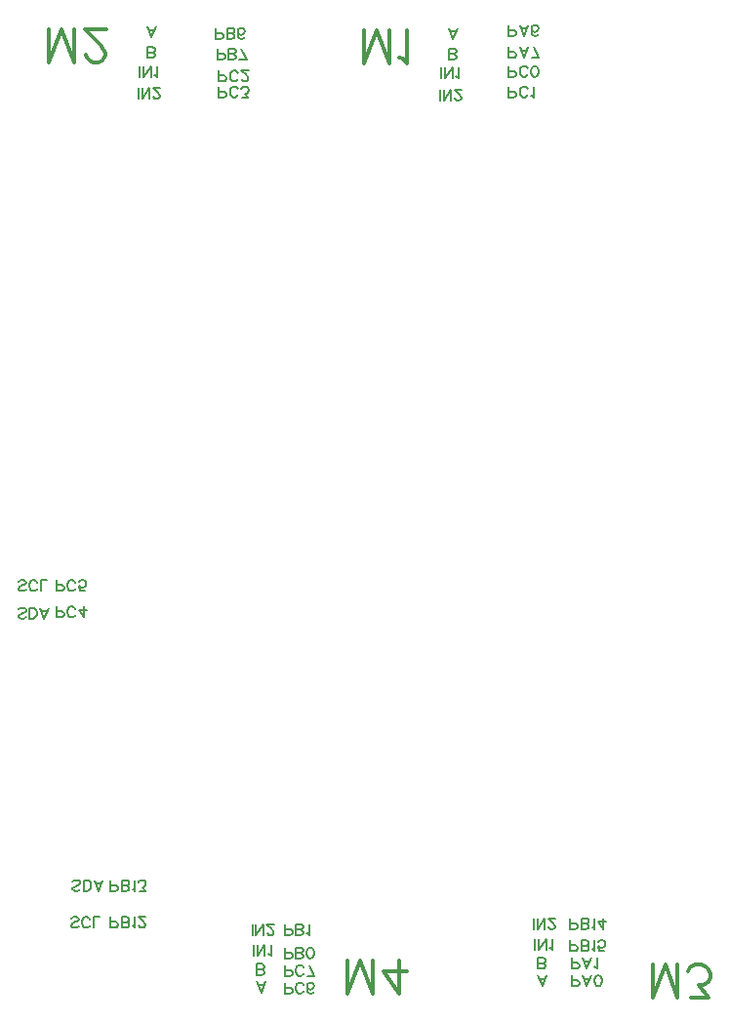
<source format=gbo>
G04 Layer: BottomSilkscreenLayer*
G04 EasyEDA v6.5.8, 2022-07-15 11:59:49*
G04 d1191fb9e1b14548bd0f93557d019ec9,639d141a17be428fa5966410475b8b1a,10*
G04 Gerber Generator version 0.2*
G04 Scale: 100 percent, Rotated: No, Reflected: No *
G04 Dimensions in millimeters *
G04 leading zeros omitted , absolute positions ,4 integer and 5 decimal *
%FSLAX45Y45*%
%MOMM*%

%ADD10C,0.3500*%
%ADD11C,0.2000*%

%LPD*%
D10*
X1625600Y-1102827D02*
G01*
X1625600Y-816462D01*
X1625600Y-1102827D02*
G01*
X1734690Y-816462D01*
X1843780Y-1102827D02*
G01*
X1734690Y-816462D01*
X1843780Y-1102827D02*
G01*
X1843780Y-816462D01*
X1947418Y-1034646D02*
G01*
X1947418Y-1048280D01*
X1961052Y-1075552D01*
X1974689Y-1089190D01*
X2001961Y-1102827D01*
X2056508Y-1102827D01*
X2083780Y-1089190D01*
X2097417Y-1075552D01*
X2111052Y-1048280D01*
X2111052Y-1021008D01*
X2097417Y-993736D01*
X2070145Y-952827D01*
X1933780Y-816462D01*
X2124689Y-816462D01*
X4356100Y-1115527D02*
G01*
X4356100Y-829162D01*
X4356100Y-1115527D02*
G01*
X4465190Y-829162D01*
X4574280Y-1115527D02*
G01*
X4465190Y-829162D01*
X4574280Y-1115527D02*
G01*
X4574280Y-829162D01*
X4664280Y-1060980D02*
G01*
X4691552Y-1074618D01*
X4732461Y-1115527D01*
X4732461Y-829162D01*
X6859739Y-9216387D02*
G01*
X6859739Y-8930022D01*
X6859739Y-9216387D02*
G01*
X6968830Y-8930022D01*
X7077920Y-9216387D02*
G01*
X6968830Y-8930022D01*
X7077920Y-9216387D02*
G01*
X7077920Y-8930022D01*
X7195192Y-9216387D02*
G01*
X7345192Y-9216387D01*
X7263376Y-9107296D01*
X7304285Y-9107296D01*
X7331557Y-9093659D01*
X7345192Y-9080022D01*
X7358829Y-9039113D01*
X7358829Y-9011841D01*
X7345192Y-8970932D01*
X7317920Y-8943660D01*
X7277011Y-8930022D01*
X7236101Y-8930022D01*
X7195192Y-8943660D01*
X7181557Y-8957297D01*
X7167920Y-8984569D01*
X4216400Y-9180027D02*
G01*
X4216400Y-8893662D01*
X4216400Y-9180027D02*
G01*
X4325490Y-8893662D01*
X4434580Y-9180027D02*
G01*
X4325490Y-8893662D01*
X4434580Y-9180027D02*
G01*
X4434580Y-8893662D01*
X4660945Y-9180027D02*
G01*
X4524580Y-8989118D01*
X4729126Y-8989118D01*
X4660945Y-9180027D02*
G01*
X4660945Y-8893662D01*
D11*
X2512862Y-888309D02*
G01*
X2476500Y-792853D01*
X2512862Y-888309D02*
G01*
X2549227Y-792853D01*
X2490137Y-824671D02*
G01*
X2535590Y-824671D01*
X2476500Y-1066109D02*
G01*
X2476500Y-970653D01*
X2476500Y-1066109D02*
G01*
X2517409Y-1066109D01*
X2531046Y-1061562D01*
X2535590Y-1057018D01*
X2540137Y-1047927D01*
X2540137Y-1038837D01*
X2535590Y-1029746D01*
X2531046Y-1025199D01*
X2517409Y-1020653D01*
X2476500Y-1020653D02*
G01*
X2517409Y-1020653D01*
X2531046Y-1016109D01*
X2535590Y-1011562D01*
X2540137Y-1002471D01*
X2540137Y-988837D01*
X2535590Y-979746D01*
X2531046Y-975199D01*
X2517409Y-970653D01*
X2476500Y-970653D01*
X3073400Y-901009D02*
G01*
X3073400Y-805553D01*
X3073400Y-901009D02*
G01*
X3114309Y-901009D01*
X3127946Y-896462D01*
X3132490Y-891918D01*
X3137037Y-882827D01*
X3137037Y-869190D01*
X3132490Y-860099D01*
X3127946Y-855553D01*
X3114309Y-851009D01*
X3073400Y-851009D01*
X3167037Y-901009D02*
G01*
X3167037Y-805553D01*
X3167037Y-901009D02*
G01*
X3207946Y-901009D01*
X3221581Y-896462D01*
X3226127Y-891918D01*
X3230671Y-882827D01*
X3230671Y-873737D01*
X3226127Y-864646D01*
X3221581Y-860099D01*
X3207946Y-855553D01*
X3167037Y-855553D02*
G01*
X3207946Y-855553D01*
X3221581Y-851009D01*
X3226127Y-846462D01*
X3230671Y-837371D01*
X3230671Y-823737D01*
X3226127Y-814646D01*
X3221581Y-810099D01*
X3207946Y-805553D01*
X3167037Y-805553D01*
X3315218Y-887371D02*
G01*
X3310671Y-896462D01*
X3297036Y-901009D01*
X3287946Y-901009D01*
X3274308Y-896462D01*
X3265218Y-882827D01*
X3260671Y-860099D01*
X3260671Y-837371D01*
X3265218Y-819190D01*
X3274308Y-810099D01*
X3287946Y-805553D01*
X3292490Y-805553D01*
X3306127Y-810099D01*
X3315218Y-819190D01*
X3319762Y-832827D01*
X3319762Y-837371D01*
X3315218Y-851009D01*
X3306127Y-860099D01*
X3292490Y-864646D01*
X3287946Y-864646D01*
X3274308Y-860099D01*
X3265218Y-851009D01*
X3260671Y-837371D01*
X3086100Y-1078809D02*
G01*
X3086100Y-983353D01*
X3086100Y-1078809D02*
G01*
X3127009Y-1078809D01*
X3140646Y-1074262D01*
X3145190Y-1069718D01*
X3149737Y-1060627D01*
X3149737Y-1046990D01*
X3145190Y-1037899D01*
X3140646Y-1033353D01*
X3127009Y-1028809D01*
X3086100Y-1028809D01*
X3179737Y-1078809D02*
G01*
X3179737Y-983353D01*
X3179737Y-1078809D02*
G01*
X3220646Y-1078809D01*
X3234281Y-1074262D01*
X3238827Y-1069718D01*
X3243371Y-1060627D01*
X3243371Y-1051537D01*
X3238827Y-1042446D01*
X3234281Y-1037899D01*
X3220646Y-1033353D01*
X3179737Y-1033353D02*
G01*
X3220646Y-1033353D01*
X3234281Y-1028809D01*
X3238827Y-1024262D01*
X3243371Y-1015171D01*
X3243371Y-1001537D01*
X3238827Y-992446D01*
X3234281Y-987899D01*
X3220646Y-983353D01*
X3179737Y-983353D01*
X3337008Y-1078809D02*
G01*
X3291552Y-983353D01*
X3273371Y-1078809D02*
G01*
X3337008Y-1078809D01*
X2413000Y-1231209D02*
G01*
X2413000Y-1135753D01*
X2442999Y-1231209D02*
G01*
X2442999Y-1135753D01*
X2442999Y-1231209D02*
G01*
X2506637Y-1135753D01*
X2506637Y-1231209D02*
G01*
X2506637Y-1135753D01*
X2536637Y-1213027D02*
G01*
X2545727Y-1217571D01*
X2559362Y-1231209D01*
X2559362Y-1135753D01*
X2400300Y-1421709D02*
G01*
X2400300Y-1326253D01*
X2430299Y-1421709D02*
G01*
X2430299Y-1326253D01*
X2430299Y-1421709D02*
G01*
X2493937Y-1326253D01*
X2493937Y-1421709D02*
G01*
X2493937Y-1326253D01*
X2528481Y-1398981D02*
G01*
X2528481Y-1403527D01*
X2533027Y-1412618D01*
X2537571Y-1417162D01*
X2546662Y-1421709D01*
X2564846Y-1421709D01*
X2573936Y-1417162D01*
X2578481Y-1412618D01*
X2583027Y-1403527D01*
X2583027Y-1394437D01*
X2578481Y-1385346D01*
X2569390Y-1371709D01*
X2523937Y-1326253D01*
X2587571Y-1326253D01*
X3098800Y-1269309D02*
G01*
X3098800Y-1173853D01*
X3098800Y-1269309D02*
G01*
X3139709Y-1269309D01*
X3153346Y-1264762D01*
X3157890Y-1260218D01*
X3162437Y-1251127D01*
X3162437Y-1237490D01*
X3157890Y-1228399D01*
X3153346Y-1223853D01*
X3139709Y-1219309D01*
X3098800Y-1219309D01*
X3260618Y-1246581D02*
G01*
X3256071Y-1255671D01*
X3246981Y-1264762D01*
X3237890Y-1269309D01*
X3219709Y-1269309D01*
X3210618Y-1264762D01*
X3201527Y-1255671D01*
X3196981Y-1246581D01*
X3192437Y-1232946D01*
X3192437Y-1210218D01*
X3196981Y-1196581D01*
X3201527Y-1187490D01*
X3210618Y-1178399D01*
X3219709Y-1173853D01*
X3237890Y-1173853D01*
X3246981Y-1178399D01*
X3256071Y-1187490D01*
X3260618Y-1196581D01*
X3295162Y-1246581D02*
G01*
X3295162Y-1251127D01*
X3299708Y-1260218D01*
X3304252Y-1264762D01*
X3313346Y-1269309D01*
X3331527Y-1269309D01*
X3340618Y-1264762D01*
X3345162Y-1260218D01*
X3349708Y-1251127D01*
X3349708Y-1242037D01*
X3345162Y-1232946D01*
X3336071Y-1219309D01*
X3290618Y-1173853D01*
X3354252Y-1173853D01*
X3098800Y-1409009D02*
G01*
X3098800Y-1313553D01*
X3098800Y-1409009D02*
G01*
X3139709Y-1409009D01*
X3153346Y-1404462D01*
X3157890Y-1399918D01*
X3162437Y-1390827D01*
X3162437Y-1377190D01*
X3157890Y-1368099D01*
X3153346Y-1363553D01*
X3139709Y-1359009D01*
X3098800Y-1359009D01*
X3260618Y-1386281D02*
G01*
X3256071Y-1395371D01*
X3246981Y-1404462D01*
X3237890Y-1409009D01*
X3219709Y-1409009D01*
X3210618Y-1404462D01*
X3201527Y-1395371D01*
X3196981Y-1386281D01*
X3192437Y-1372646D01*
X3192437Y-1349918D01*
X3196981Y-1336281D01*
X3201527Y-1327190D01*
X3210618Y-1318099D01*
X3219709Y-1313553D01*
X3237890Y-1313553D01*
X3246981Y-1318099D01*
X3256071Y-1327190D01*
X3260618Y-1336281D01*
X3299708Y-1409009D02*
G01*
X3349708Y-1409009D01*
X3322436Y-1372646D01*
X3336071Y-1372646D01*
X3345162Y-1368099D01*
X3349708Y-1363553D01*
X3354252Y-1349918D01*
X3354252Y-1340827D01*
X3349708Y-1327190D01*
X3340618Y-1318099D01*
X3326980Y-1313553D01*
X3313346Y-1313553D01*
X3299708Y-1318099D01*
X3295162Y-1322646D01*
X3290618Y-1331737D01*
X5129062Y-901009D02*
G01*
X5092700Y-805553D01*
X5129062Y-901009D02*
G01*
X5165427Y-805553D01*
X5106337Y-837371D02*
G01*
X5151790Y-837371D01*
X5092700Y-1078809D02*
G01*
X5092700Y-983353D01*
X5092700Y-1078809D02*
G01*
X5133609Y-1078809D01*
X5147246Y-1074262D01*
X5151790Y-1069718D01*
X5156337Y-1060627D01*
X5156337Y-1051537D01*
X5151790Y-1042446D01*
X5147246Y-1037899D01*
X5133609Y-1033353D01*
X5092700Y-1033353D02*
G01*
X5133609Y-1033353D01*
X5147246Y-1028809D01*
X5151790Y-1024262D01*
X5156337Y-1015171D01*
X5156337Y-1001537D01*
X5151790Y-992446D01*
X5147246Y-987899D01*
X5133609Y-983353D01*
X5092700Y-983353D01*
X5029200Y-1243909D02*
G01*
X5029200Y-1148453D01*
X5059199Y-1243909D02*
G01*
X5059199Y-1148453D01*
X5059199Y-1243909D02*
G01*
X5122837Y-1148453D01*
X5122837Y-1243909D02*
G01*
X5122837Y-1148453D01*
X5152837Y-1225727D02*
G01*
X5161927Y-1230271D01*
X5175562Y-1243909D01*
X5175562Y-1148453D01*
X5016500Y-1434409D02*
G01*
X5016500Y-1338953D01*
X5046499Y-1434409D02*
G01*
X5046499Y-1338953D01*
X5046499Y-1434409D02*
G01*
X5110137Y-1338953D01*
X5110137Y-1434409D02*
G01*
X5110137Y-1338953D01*
X5144681Y-1411681D02*
G01*
X5144681Y-1416227D01*
X5149227Y-1425318D01*
X5153771Y-1429862D01*
X5162862Y-1434409D01*
X5181046Y-1434409D01*
X5190136Y-1429862D01*
X5194681Y-1425318D01*
X5199227Y-1416227D01*
X5199227Y-1407137D01*
X5194681Y-1398046D01*
X5185590Y-1384409D01*
X5140137Y-1338953D01*
X5203771Y-1338953D01*
X5613400Y-875609D02*
G01*
X5613400Y-780153D01*
X5613400Y-875609D02*
G01*
X5654309Y-875609D01*
X5667946Y-871062D01*
X5672490Y-866518D01*
X5677037Y-857427D01*
X5677037Y-843790D01*
X5672490Y-834699D01*
X5667946Y-830153D01*
X5654309Y-825609D01*
X5613400Y-825609D01*
X5743399Y-875609D02*
G01*
X5707037Y-780153D01*
X5743399Y-875609D02*
G01*
X5779762Y-780153D01*
X5720671Y-811971D02*
G01*
X5766127Y-811971D01*
X5864308Y-861971D02*
G01*
X5859762Y-871062D01*
X5846127Y-875609D01*
X5837036Y-875609D01*
X5823399Y-871062D01*
X5814308Y-857427D01*
X5809762Y-834699D01*
X5809762Y-811971D01*
X5814308Y-793790D01*
X5823399Y-784699D01*
X5837036Y-780153D01*
X5841580Y-780153D01*
X5855218Y-784699D01*
X5864308Y-793790D01*
X5868852Y-807427D01*
X5868852Y-811971D01*
X5864308Y-825609D01*
X5855218Y-834699D01*
X5841580Y-839246D01*
X5837036Y-839246D01*
X5823399Y-834699D01*
X5814308Y-825609D01*
X5809762Y-811971D01*
X5613400Y-1066109D02*
G01*
X5613400Y-970653D01*
X5613400Y-1066109D02*
G01*
X5654309Y-1066109D01*
X5667946Y-1061562D01*
X5672490Y-1057018D01*
X5677037Y-1047927D01*
X5677037Y-1034290D01*
X5672490Y-1025199D01*
X5667946Y-1020653D01*
X5654309Y-1016109D01*
X5613400Y-1016109D01*
X5743399Y-1066109D02*
G01*
X5707037Y-970653D01*
X5743399Y-1066109D02*
G01*
X5779762Y-970653D01*
X5720671Y-1002471D02*
G01*
X5766127Y-1002471D01*
X5873399Y-1066109D02*
G01*
X5827946Y-970653D01*
X5809762Y-1066109D02*
G01*
X5873399Y-1066109D01*
X5613400Y-1231209D02*
G01*
X5613400Y-1135753D01*
X5613400Y-1231209D02*
G01*
X5654309Y-1231209D01*
X5667946Y-1226662D01*
X5672490Y-1222118D01*
X5677037Y-1213027D01*
X5677037Y-1199390D01*
X5672490Y-1190299D01*
X5667946Y-1185753D01*
X5654309Y-1181209D01*
X5613400Y-1181209D01*
X5775218Y-1208481D02*
G01*
X5770671Y-1217571D01*
X5761581Y-1226662D01*
X5752490Y-1231209D01*
X5734309Y-1231209D01*
X5725218Y-1226662D01*
X5716127Y-1217571D01*
X5711581Y-1208481D01*
X5707037Y-1194846D01*
X5707037Y-1172118D01*
X5711581Y-1158481D01*
X5716127Y-1149390D01*
X5725218Y-1140299D01*
X5734309Y-1135753D01*
X5752490Y-1135753D01*
X5761581Y-1140299D01*
X5770671Y-1149390D01*
X5775218Y-1158481D01*
X5832490Y-1231209D02*
G01*
X5818852Y-1226662D01*
X5809762Y-1213027D01*
X5805218Y-1190299D01*
X5805218Y-1176662D01*
X5809762Y-1153937D01*
X5818852Y-1140299D01*
X5832490Y-1135753D01*
X5841580Y-1135753D01*
X5855218Y-1140299D01*
X5864308Y-1153937D01*
X5868852Y-1176662D01*
X5868852Y-1190299D01*
X5864308Y-1213027D01*
X5855218Y-1226662D01*
X5841580Y-1231209D01*
X5832490Y-1231209D01*
X5613400Y-1409009D02*
G01*
X5613400Y-1313553D01*
X5613400Y-1409009D02*
G01*
X5654309Y-1409009D01*
X5667946Y-1404462D01*
X5672490Y-1399918D01*
X5677037Y-1390827D01*
X5677037Y-1377190D01*
X5672490Y-1368099D01*
X5667946Y-1363553D01*
X5654309Y-1359009D01*
X5613400Y-1359009D01*
X5775218Y-1386281D02*
G01*
X5770671Y-1395371D01*
X5761581Y-1404462D01*
X5752490Y-1409009D01*
X5734309Y-1409009D01*
X5725218Y-1404462D01*
X5716127Y-1395371D01*
X5711581Y-1386281D01*
X5707037Y-1372646D01*
X5707037Y-1349918D01*
X5711581Y-1336281D01*
X5716127Y-1327190D01*
X5725218Y-1318099D01*
X5734309Y-1313553D01*
X5752490Y-1313553D01*
X5761581Y-1318099D01*
X5770671Y-1327190D01*
X5775218Y-1336281D01*
X5805218Y-1390827D02*
G01*
X5814308Y-1395371D01*
X5827946Y-1409009D01*
X5827946Y-1313553D01*
X5903762Y-9117909D02*
G01*
X5867400Y-9022453D01*
X5903762Y-9117909D02*
G01*
X5940127Y-9022453D01*
X5881037Y-9054271D02*
G01*
X5926490Y-9054271D01*
X5867400Y-8965509D02*
G01*
X5867400Y-8870053D01*
X5867400Y-8965509D02*
G01*
X5908309Y-8965509D01*
X5921946Y-8960962D01*
X5926490Y-8956418D01*
X5931037Y-8947327D01*
X5931037Y-8938237D01*
X5926490Y-8929146D01*
X5921946Y-8924599D01*
X5908309Y-8920053D01*
X5867400Y-8920053D02*
G01*
X5908309Y-8920053D01*
X5921946Y-8915509D01*
X5926490Y-8910962D01*
X5931037Y-8901871D01*
X5931037Y-8888237D01*
X5926490Y-8879146D01*
X5921946Y-8874599D01*
X5908309Y-8870053D01*
X5867400Y-8870053D01*
X5842000Y-8800409D02*
G01*
X5842000Y-8704953D01*
X5871999Y-8800409D02*
G01*
X5871999Y-8704953D01*
X5871999Y-8800409D02*
G01*
X5935637Y-8704953D01*
X5935637Y-8800409D02*
G01*
X5935637Y-8704953D01*
X5965637Y-8782227D02*
G01*
X5974727Y-8786771D01*
X5988362Y-8800409D01*
X5988362Y-8704953D01*
X5829300Y-8622609D02*
G01*
X5829300Y-8527153D01*
X5859299Y-8622609D02*
G01*
X5859299Y-8527153D01*
X5859299Y-8622609D02*
G01*
X5922937Y-8527153D01*
X5922937Y-8622609D02*
G01*
X5922937Y-8527153D01*
X5957481Y-8599881D02*
G01*
X5957481Y-8604427D01*
X5962027Y-8613518D01*
X5966571Y-8618062D01*
X5975662Y-8622609D01*
X5993846Y-8622609D01*
X6002936Y-8618062D01*
X6007481Y-8613518D01*
X6012027Y-8604427D01*
X6012027Y-8595337D01*
X6007481Y-8586246D01*
X5998390Y-8572609D01*
X5952937Y-8527153D01*
X6016571Y-8527153D01*
X6159500Y-9117909D02*
G01*
X6159500Y-9022453D01*
X6159500Y-9117909D02*
G01*
X6200409Y-9117909D01*
X6214046Y-9113362D01*
X6218590Y-9108818D01*
X6223137Y-9099727D01*
X6223137Y-9086090D01*
X6218590Y-9076999D01*
X6214046Y-9072453D01*
X6200409Y-9067909D01*
X6159500Y-9067909D01*
X6289499Y-9117909D02*
G01*
X6253137Y-9022453D01*
X6289499Y-9117909D02*
G01*
X6325862Y-9022453D01*
X6266771Y-9054271D02*
G01*
X6312227Y-9054271D01*
X6383136Y-9117909D02*
G01*
X6369499Y-9113362D01*
X6360408Y-9099727D01*
X6355862Y-9076999D01*
X6355862Y-9063362D01*
X6360408Y-9040637D01*
X6369499Y-9026999D01*
X6383136Y-9022453D01*
X6392227Y-9022453D01*
X6405862Y-9026999D01*
X6414952Y-9040637D01*
X6419499Y-9063362D01*
X6419499Y-9076999D01*
X6414952Y-9099727D01*
X6405862Y-9113362D01*
X6392227Y-9117909D01*
X6383136Y-9117909D01*
X6159500Y-8965509D02*
G01*
X6159500Y-8870053D01*
X6159500Y-8965509D02*
G01*
X6200409Y-8965509D01*
X6214046Y-8960962D01*
X6218590Y-8956418D01*
X6223137Y-8947327D01*
X6223137Y-8933690D01*
X6218590Y-8924599D01*
X6214046Y-8920053D01*
X6200409Y-8915509D01*
X6159500Y-8915509D01*
X6289499Y-8965509D02*
G01*
X6253137Y-8870053D01*
X6289499Y-8965509D02*
G01*
X6325862Y-8870053D01*
X6266771Y-8901871D02*
G01*
X6312227Y-8901871D01*
X6355862Y-8947327D02*
G01*
X6364952Y-8951871D01*
X6378590Y-8965509D01*
X6378590Y-8870053D01*
X6146800Y-8813109D02*
G01*
X6146800Y-8717653D01*
X6146800Y-8813109D02*
G01*
X6187709Y-8813109D01*
X6201346Y-8808562D01*
X6205890Y-8804018D01*
X6210437Y-8794927D01*
X6210437Y-8781290D01*
X6205890Y-8772199D01*
X6201346Y-8767653D01*
X6187709Y-8763109D01*
X6146800Y-8763109D01*
X6240437Y-8813109D02*
G01*
X6240437Y-8717653D01*
X6240437Y-8813109D02*
G01*
X6281346Y-8813109D01*
X6294981Y-8808562D01*
X6299527Y-8804018D01*
X6304071Y-8794927D01*
X6304071Y-8785837D01*
X6299527Y-8776746D01*
X6294981Y-8772199D01*
X6281346Y-8767653D01*
X6240437Y-8767653D02*
G01*
X6281346Y-8767653D01*
X6294981Y-8763109D01*
X6299527Y-8758562D01*
X6304071Y-8749471D01*
X6304071Y-8735837D01*
X6299527Y-8726746D01*
X6294981Y-8722199D01*
X6281346Y-8717653D01*
X6240437Y-8717653D01*
X6334071Y-8794927D02*
G01*
X6343162Y-8799471D01*
X6356799Y-8813109D01*
X6356799Y-8717653D01*
X6441346Y-8813109D02*
G01*
X6395890Y-8813109D01*
X6391346Y-8772199D01*
X6395890Y-8776746D01*
X6409527Y-8781290D01*
X6423162Y-8781290D01*
X6436799Y-8776746D01*
X6445890Y-8767653D01*
X6450436Y-8754018D01*
X6450436Y-8744927D01*
X6445890Y-8731290D01*
X6436799Y-8722199D01*
X6423162Y-8717653D01*
X6409527Y-8717653D01*
X6395890Y-8722199D01*
X6391346Y-8726746D01*
X6386799Y-8735837D01*
X6146800Y-8622609D02*
G01*
X6146800Y-8527153D01*
X6146800Y-8622609D02*
G01*
X6187709Y-8622609D01*
X6201346Y-8618062D01*
X6205890Y-8613518D01*
X6210437Y-8604427D01*
X6210437Y-8590790D01*
X6205890Y-8581699D01*
X6201346Y-8577153D01*
X6187709Y-8572609D01*
X6146800Y-8572609D01*
X6240437Y-8622609D02*
G01*
X6240437Y-8527153D01*
X6240437Y-8622609D02*
G01*
X6281346Y-8622609D01*
X6294981Y-8618062D01*
X6299527Y-8613518D01*
X6304071Y-8604427D01*
X6304071Y-8595337D01*
X6299527Y-8586246D01*
X6294981Y-8581699D01*
X6281346Y-8577153D01*
X6240437Y-8577153D02*
G01*
X6281346Y-8577153D01*
X6294981Y-8572609D01*
X6299527Y-8568062D01*
X6304071Y-8558971D01*
X6304071Y-8545337D01*
X6299527Y-8536246D01*
X6294981Y-8531699D01*
X6281346Y-8527153D01*
X6240437Y-8527153D01*
X6334071Y-8604427D02*
G01*
X6343162Y-8608971D01*
X6356799Y-8622609D01*
X6356799Y-8527153D01*
X6432252Y-8622609D02*
G01*
X6386799Y-8558971D01*
X6454980Y-8558971D01*
X6432252Y-8622609D02*
G01*
X6432252Y-8527153D01*
X3464481Y-9172486D02*
G01*
X3428118Y-9077030D01*
X3464481Y-9172486D02*
G01*
X3500846Y-9077030D01*
X3441755Y-9108848D02*
G01*
X3487209Y-9108848D01*
X3428118Y-9020086D02*
G01*
X3428118Y-8924630D01*
X3428118Y-9020086D02*
G01*
X3469027Y-9020086D01*
X3482665Y-9015539D01*
X3487209Y-9010995D01*
X3491755Y-9001904D01*
X3491755Y-8992814D01*
X3487209Y-8983723D01*
X3482665Y-8979176D01*
X3469027Y-8974630D01*
X3428118Y-8974630D02*
G01*
X3469027Y-8974630D01*
X3482665Y-8970086D01*
X3487209Y-8965539D01*
X3491755Y-8956448D01*
X3491755Y-8942814D01*
X3487209Y-8933723D01*
X3482665Y-8929176D01*
X3469027Y-8924630D01*
X3428118Y-8924630D01*
X3402718Y-8854986D02*
G01*
X3402718Y-8759530D01*
X3432718Y-8854986D02*
G01*
X3432718Y-8759530D01*
X3432718Y-8854986D02*
G01*
X3496355Y-8759530D01*
X3496355Y-8854986D02*
G01*
X3496355Y-8759530D01*
X3526355Y-8836804D02*
G01*
X3535446Y-8841348D01*
X3549081Y-8854986D01*
X3549081Y-8759530D01*
X3390018Y-8677186D02*
G01*
X3390018Y-8581730D01*
X3420018Y-8677186D02*
G01*
X3420018Y-8581730D01*
X3420018Y-8677186D02*
G01*
X3483655Y-8581730D01*
X3483655Y-8677186D02*
G01*
X3483655Y-8581730D01*
X3518199Y-8654458D02*
G01*
X3518199Y-8659004D01*
X3522746Y-8668095D01*
X3527290Y-8672639D01*
X3536381Y-8677186D01*
X3554564Y-8677186D01*
X3563655Y-8672639D01*
X3568199Y-8668095D01*
X3572746Y-8659004D01*
X3572746Y-8649914D01*
X3568199Y-8640823D01*
X3559108Y-8627186D01*
X3513655Y-8581730D01*
X3577290Y-8581730D01*
X3670300Y-9181409D02*
G01*
X3670300Y-9085953D01*
X3670300Y-9181409D02*
G01*
X3711209Y-9181409D01*
X3724846Y-9176862D01*
X3729390Y-9172318D01*
X3733937Y-9163227D01*
X3733937Y-9149590D01*
X3729390Y-9140499D01*
X3724846Y-9135953D01*
X3711209Y-9131409D01*
X3670300Y-9131409D01*
X3832118Y-9158681D02*
G01*
X3827571Y-9167771D01*
X3818481Y-9176862D01*
X3809390Y-9181409D01*
X3791209Y-9181409D01*
X3782118Y-9176862D01*
X3773027Y-9167771D01*
X3768481Y-9158681D01*
X3763937Y-9145046D01*
X3763937Y-9122318D01*
X3768481Y-9108681D01*
X3773027Y-9099590D01*
X3782118Y-9090499D01*
X3791209Y-9085953D01*
X3809390Y-9085953D01*
X3818481Y-9090499D01*
X3827571Y-9099590D01*
X3832118Y-9108681D01*
X3916662Y-9167771D02*
G01*
X3912118Y-9176862D01*
X3898480Y-9181409D01*
X3889390Y-9181409D01*
X3875752Y-9176862D01*
X3866662Y-9163227D01*
X3862118Y-9140499D01*
X3862118Y-9117771D01*
X3866662Y-9099590D01*
X3875752Y-9090499D01*
X3889390Y-9085953D01*
X3893936Y-9085953D01*
X3907571Y-9090499D01*
X3916662Y-9099590D01*
X3921208Y-9113227D01*
X3921208Y-9117771D01*
X3916662Y-9131409D01*
X3907571Y-9140499D01*
X3893936Y-9145046D01*
X3889390Y-9145046D01*
X3875752Y-9140499D01*
X3866662Y-9131409D01*
X3862118Y-9117771D01*
X3670300Y-9029009D02*
G01*
X3670300Y-8933553D01*
X3670300Y-9029009D02*
G01*
X3711209Y-9029009D01*
X3724846Y-9024462D01*
X3729390Y-9019918D01*
X3733937Y-9010827D01*
X3733937Y-8997190D01*
X3729390Y-8988099D01*
X3724846Y-8983553D01*
X3711209Y-8979009D01*
X3670300Y-8979009D01*
X3832118Y-9006281D02*
G01*
X3827571Y-9015371D01*
X3818481Y-9024462D01*
X3809390Y-9029009D01*
X3791209Y-9029009D01*
X3782118Y-9024462D01*
X3773027Y-9015371D01*
X3768481Y-9006281D01*
X3763937Y-8992646D01*
X3763937Y-8969918D01*
X3768481Y-8956281D01*
X3773027Y-8947190D01*
X3782118Y-8938099D01*
X3791209Y-8933553D01*
X3809390Y-8933553D01*
X3818481Y-8938099D01*
X3827571Y-8947190D01*
X3832118Y-8956281D01*
X3925752Y-9029009D02*
G01*
X3880299Y-8933553D01*
X3862118Y-9029009D02*
G01*
X3925752Y-9029009D01*
X3670300Y-8876609D02*
G01*
X3670300Y-8781153D01*
X3670300Y-8876609D02*
G01*
X3711209Y-8876609D01*
X3724846Y-8872062D01*
X3729390Y-8867518D01*
X3733937Y-8858427D01*
X3733937Y-8844790D01*
X3729390Y-8835699D01*
X3724846Y-8831153D01*
X3711209Y-8826609D01*
X3670300Y-8826609D01*
X3763937Y-8876609D02*
G01*
X3763937Y-8781153D01*
X3763937Y-8876609D02*
G01*
X3804846Y-8876609D01*
X3818481Y-8872062D01*
X3823027Y-8867518D01*
X3827571Y-8858427D01*
X3827571Y-8849337D01*
X3823027Y-8840246D01*
X3818481Y-8835699D01*
X3804846Y-8831153D01*
X3763937Y-8831153D02*
G01*
X3804846Y-8831153D01*
X3818481Y-8826609D01*
X3823027Y-8822062D01*
X3827571Y-8812971D01*
X3827571Y-8799337D01*
X3823027Y-8790246D01*
X3818481Y-8785699D01*
X3804846Y-8781153D01*
X3763937Y-8781153D01*
X3884846Y-8876609D02*
G01*
X3871208Y-8872062D01*
X3862118Y-8858427D01*
X3857571Y-8835699D01*
X3857571Y-8822062D01*
X3862118Y-8799337D01*
X3871208Y-8785699D01*
X3884846Y-8781153D01*
X3893936Y-8781153D01*
X3907571Y-8785699D01*
X3916662Y-8799337D01*
X3921208Y-8822062D01*
X3921208Y-8835699D01*
X3916662Y-8858427D01*
X3907571Y-8872062D01*
X3893936Y-8876609D01*
X3884846Y-8876609D01*
X3670300Y-8673409D02*
G01*
X3670300Y-8577953D01*
X3670300Y-8673409D02*
G01*
X3711209Y-8673409D01*
X3724846Y-8668862D01*
X3729390Y-8664318D01*
X3733937Y-8655227D01*
X3733937Y-8641590D01*
X3729390Y-8632499D01*
X3724846Y-8627953D01*
X3711209Y-8623409D01*
X3670300Y-8623409D01*
X3763937Y-8673409D02*
G01*
X3763937Y-8577953D01*
X3763937Y-8673409D02*
G01*
X3804846Y-8673409D01*
X3818481Y-8668862D01*
X3823027Y-8664318D01*
X3827571Y-8655227D01*
X3827571Y-8646137D01*
X3823027Y-8637046D01*
X3818481Y-8632499D01*
X3804846Y-8627953D01*
X3763937Y-8627953D02*
G01*
X3804846Y-8627953D01*
X3818481Y-8623409D01*
X3823027Y-8618862D01*
X3827571Y-8609771D01*
X3827571Y-8596137D01*
X3823027Y-8587046D01*
X3818481Y-8582499D01*
X3804846Y-8577953D01*
X3763937Y-8577953D01*
X3857571Y-8655227D02*
G01*
X3866662Y-8659771D01*
X3880299Y-8673409D01*
X3880299Y-8577953D01*
X1689100Y-5917509D02*
G01*
X1689100Y-5822053D01*
X1689100Y-5917509D02*
G01*
X1730009Y-5917509D01*
X1743646Y-5912962D01*
X1748190Y-5908418D01*
X1752737Y-5899327D01*
X1752737Y-5885690D01*
X1748190Y-5876599D01*
X1743646Y-5872053D01*
X1730009Y-5867509D01*
X1689100Y-5867509D01*
X1850918Y-5894781D02*
G01*
X1846371Y-5903871D01*
X1837281Y-5912962D01*
X1828190Y-5917509D01*
X1810009Y-5917509D01*
X1800918Y-5912962D01*
X1791827Y-5903871D01*
X1787281Y-5894781D01*
X1782737Y-5881146D01*
X1782737Y-5858418D01*
X1787281Y-5844781D01*
X1791827Y-5835690D01*
X1800918Y-5826599D01*
X1810009Y-5822053D01*
X1828190Y-5822053D01*
X1837281Y-5826599D01*
X1846371Y-5835690D01*
X1850918Y-5844781D01*
X1926371Y-5917509D02*
G01*
X1880918Y-5853871D01*
X1949099Y-5853871D01*
X1926371Y-5917509D02*
G01*
X1926371Y-5822053D01*
X1689100Y-5688909D02*
G01*
X1689100Y-5593453D01*
X1689100Y-5688909D02*
G01*
X1730009Y-5688909D01*
X1743646Y-5684362D01*
X1748190Y-5679818D01*
X1752737Y-5670727D01*
X1752737Y-5657090D01*
X1748190Y-5647999D01*
X1743646Y-5643453D01*
X1730009Y-5638909D01*
X1689100Y-5638909D01*
X1850918Y-5666181D02*
G01*
X1846371Y-5675271D01*
X1837281Y-5684362D01*
X1828190Y-5688909D01*
X1810009Y-5688909D01*
X1800918Y-5684362D01*
X1791827Y-5675271D01*
X1787281Y-5666181D01*
X1782737Y-5652546D01*
X1782737Y-5629818D01*
X1787281Y-5616181D01*
X1791827Y-5607090D01*
X1800918Y-5597999D01*
X1810009Y-5593453D01*
X1828190Y-5593453D01*
X1837281Y-5597999D01*
X1846371Y-5607090D01*
X1850918Y-5616181D01*
X1935462Y-5688909D02*
G01*
X1890008Y-5688909D01*
X1885462Y-5647999D01*
X1890008Y-5652546D01*
X1903646Y-5657090D01*
X1917280Y-5657090D01*
X1930918Y-5652546D01*
X1940008Y-5643453D01*
X1944552Y-5629818D01*
X1944552Y-5620727D01*
X1940008Y-5607090D01*
X1930918Y-5597999D01*
X1917280Y-5593453D01*
X1903646Y-5593453D01*
X1890008Y-5597999D01*
X1885462Y-5602546D01*
X1880918Y-5611637D01*
X1422537Y-5916571D02*
G01*
X1413446Y-5925662D01*
X1399809Y-5930209D01*
X1381627Y-5930209D01*
X1367990Y-5925662D01*
X1358900Y-5916571D01*
X1358900Y-5907481D01*
X1363446Y-5898390D01*
X1367990Y-5893846D01*
X1377081Y-5889299D01*
X1404353Y-5880209D01*
X1413446Y-5875662D01*
X1417990Y-5871118D01*
X1422537Y-5862027D01*
X1422537Y-5848390D01*
X1413446Y-5839299D01*
X1399809Y-5834753D01*
X1381627Y-5834753D01*
X1367990Y-5839299D01*
X1358900Y-5848390D01*
X1452537Y-5930209D02*
G01*
X1452537Y-5834753D01*
X1452537Y-5930209D02*
G01*
X1484353Y-5930209D01*
X1497990Y-5925662D01*
X1507081Y-5916571D01*
X1511627Y-5907481D01*
X1516171Y-5893846D01*
X1516171Y-5871118D01*
X1511627Y-5857481D01*
X1507081Y-5848390D01*
X1497990Y-5839299D01*
X1484353Y-5834753D01*
X1452537Y-5834753D01*
X1582536Y-5930209D02*
G01*
X1546171Y-5834753D01*
X1582536Y-5930209D02*
G01*
X1618899Y-5834753D01*
X1559808Y-5866571D02*
G01*
X1605262Y-5866571D01*
X1422537Y-5675271D02*
G01*
X1413446Y-5684362D01*
X1399809Y-5688909D01*
X1381627Y-5688909D01*
X1367990Y-5684362D01*
X1358900Y-5675271D01*
X1358900Y-5666181D01*
X1363446Y-5657090D01*
X1367990Y-5652546D01*
X1377081Y-5647999D01*
X1404353Y-5638909D01*
X1413446Y-5634362D01*
X1417990Y-5629818D01*
X1422537Y-5620727D01*
X1422537Y-5607090D01*
X1413446Y-5597999D01*
X1399809Y-5593453D01*
X1381627Y-5593453D01*
X1367990Y-5597999D01*
X1358900Y-5607090D01*
X1520718Y-5666181D02*
G01*
X1516171Y-5675271D01*
X1507081Y-5684362D01*
X1497990Y-5688909D01*
X1479809Y-5688909D01*
X1470718Y-5684362D01*
X1461627Y-5675271D01*
X1457081Y-5666181D01*
X1452537Y-5652546D01*
X1452537Y-5629818D01*
X1457081Y-5616181D01*
X1461627Y-5607090D01*
X1470718Y-5597999D01*
X1479809Y-5593453D01*
X1497990Y-5593453D01*
X1507081Y-5597999D01*
X1516171Y-5607090D01*
X1520718Y-5616181D01*
X1550718Y-5688909D02*
G01*
X1550718Y-5593453D01*
X1550718Y-5593453D02*
G01*
X1605262Y-5593453D01*
X1879737Y-8596271D02*
G01*
X1870646Y-8605362D01*
X1857009Y-8609909D01*
X1838827Y-8609909D01*
X1825190Y-8605362D01*
X1816100Y-8596271D01*
X1816100Y-8587181D01*
X1820646Y-8578090D01*
X1825190Y-8573546D01*
X1834281Y-8568999D01*
X1861553Y-8559909D01*
X1870646Y-8555362D01*
X1875190Y-8550818D01*
X1879737Y-8541727D01*
X1879737Y-8528090D01*
X1870646Y-8518999D01*
X1857009Y-8514453D01*
X1838827Y-8514453D01*
X1825190Y-8518999D01*
X1816100Y-8528090D01*
X1977918Y-8587181D02*
G01*
X1973371Y-8596271D01*
X1964281Y-8605362D01*
X1955190Y-8609909D01*
X1937009Y-8609909D01*
X1927918Y-8605362D01*
X1918827Y-8596271D01*
X1914281Y-8587181D01*
X1909737Y-8573546D01*
X1909737Y-8550818D01*
X1914281Y-8537181D01*
X1918827Y-8528090D01*
X1927918Y-8518999D01*
X1937009Y-8514453D01*
X1955190Y-8514453D01*
X1964281Y-8518999D01*
X1973371Y-8528090D01*
X1977918Y-8537181D01*
X2007918Y-8609909D02*
G01*
X2007918Y-8514453D01*
X2007918Y-8514453D02*
G01*
X2062462Y-8514453D01*
X1892437Y-8278771D02*
G01*
X1883346Y-8287862D01*
X1869709Y-8292409D01*
X1851527Y-8292409D01*
X1837890Y-8287862D01*
X1828800Y-8278771D01*
X1828800Y-8269681D01*
X1833346Y-8260590D01*
X1837890Y-8256046D01*
X1846981Y-8251499D01*
X1874253Y-8242409D01*
X1883346Y-8237862D01*
X1887890Y-8233318D01*
X1892437Y-8224227D01*
X1892437Y-8210590D01*
X1883346Y-8201499D01*
X1869709Y-8196953D01*
X1851527Y-8196953D01*
X1837890Y-8201499D01*
X1828800Y-8210590D01*
X1922437Y-8292409D02*
G01*
X1922437Y-8196953D01*
X1922437Y-8292409D02*
G01*
X1954253Y-8292409D01*
X1967890Y-8287862D01*
X1976981Y-8278771D01*
X1981527Y-8269681D01*
X1986071Y-8256046D01*
X1986071Y-8233318D01*
X1981527Y-8219681D01*
X1976981Y-8210590D01*
X1967890Y-8201499D01*
X1954253Y-8196953D01*
X1922437Y-8196953D01*
X2052436Y-8292409D02*
G01*
X2016071Y-8196953D01*
X2052436Y-8292409D02*
G01*
X2088799Y-8196953D01*
X2029708Y-8228771D02*
G01*
X2075162Y-8228771D01*
X2159000Y-8609909D02*
G01*
X2159000Y-8514453D01*
X2159000Y-8609909D02*
G01*
X2199909Y-8609909D01*
X2213546Y-8605362D01*
X2218090Y-8600818D01*
X2222637Y-8591727D01*
X2222637Y-8578090D01*
X2218090Y-8568999D01*
X2213546Y-8564453D01*
X2199909Y-8559909D01*
X2159000Y-8559909D01*
X2252637Y-8609909D02*
G01*
X2252637Y-8514453D01*
X2252637Y-8609909D02*
G01*
X2293546Y-8609909D01*
X2307181Y-8605362D01*
X2311727Y-8600818D01*
X2316271Y-8591727D01*
X2316271Y-8582637D01*
X2311727Y-8573546D01*
X2307181Y-8568999D01*
X2293546Y-8564453D01*
X2252637Y-8564453D02*
G01*
X2293546Y-8564453D01*
X2307181Y-8559909D01*
X2311727Y-8555362D01*
X2316271Y-8546271D01*
X2316271Y-8532637D01*
X2311727Y-8523546D01*
X2307181Y-8518999D01*
X2293546Y-8514453D01*
X2252637Y-8514453D01*
X2346271Y-8591727D02*
G01*
X2355362Y-8596271D01*
X2368999Y-8609909D01*
X2368999Y-8514453D01*
X2403546Y-8587181D02*
G01*
X2403546Y-8591727D01*
X2408090Y-8600818D01*
X2412636Y-8605362D01*
X2421727Y-8609909D01*
X2439908Y-8609909D01*
X2448999Y-8605362D01*
X2453546Y-8600818D01*
X2458090Y-8591727D01*
X2458090Y-8582637D01*
X2453546Y-8573546D01*
X2444452Y-8559909D01*
X2398999Y-8514453D01*
X2462636Y-8514453D01*
X2159000Y-8292409D02*
G01*
X2159000Y-8196953D01*
X2159000Y-8292409D02*
G01*
X2199909Y-8292409D01*
X2213546Y-8287862D01*
X2218090Y-8283318D01*
X2222637Y-8274227D01*
X2222637Y-8260590D01*
X2218090Y-8251499D01*
X2213546Y-8246953D01*
X2199909Y-8242409D01*
X2159000Y-8242409D01*
X2252637Y-8292409D02*
G01*
X2252637Y-8196953D01*
X2252637Y-8292409D02*
G01*
X2293546Y-8292409D01*
X2307181Y-8287862D01*
X2311727Y-8283318D01*
X2316271Y-8274227D01*
X2316271Y-8265137D01*
X2311727Y-8256046D01*
X2307181Y-8251499D01*
X2293546Y-8246953D01*
X2252637Y-8246953D02*
G01*
X2293546Y-8246953D01*
X2307181Y-8242409D01*
X2311727Y-8237862D01*
X2316271Y-8228771D01*
X2316271Y-8215137D01*
X2311727Y-8206046D01*
X2307181Y-8201499D01*
X2293546Y-8196953D01*
X2252637Y-8196953D01*
X2346271Y-8274227D02*
G01*
X2355362Y-8278771D01*
X2368999Y-8292409D01*
X2368999Y-8196953D01*
X2408090Y-8292409D02*
G01*
X2458090Y-8292409D01*
X2430818Y-8256046D01*
X2444452Y-8256046D01*
X2453546Y-8251499D01*
X2458090Y-8246953D01*
X2462636Y-8233318D01*
X2462636Y-8224227D01*
X2458090Y-8210590D01*
X2448999Y-8201499D01*
X2435362Y-8196953D01*
X2421727Y-8196953D01*
X2408090Y-8201499D01*
X2403546Y-8206046D01*
X2398999Y-8215137D01*
M02*

</source>
